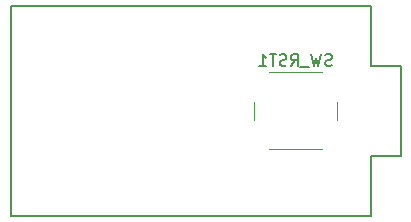
<source format=gbr>
%TF.GenerationSoftware,KiCad,Pcbnew,8.0.0~rc2*%
%TF.CreationDate,2024-02-15T20:21:26+01:00*%
%TF.ProjectId,MFD,4d46442e-6b69-4636-9164-5f7063625858,rev?*%
%TF.SameCoordinates,Original*%
%TF.FileFunction,Legend,Bot*%
%TF.FilePolarity,Positive*%
%FSLAX46Y46*%
G04 Gerber Fmt 4.6, Leading zero omitted, Abs format (unit mm)*
G04 Created by KiCad (PCBNEW 8.0.0~rc2) date 2024-02-15 20:21:26*
%MOMM*%
%LPD*%
G01*
G04 APERTURE LIST*
%ADD10C,0.150000*%
%ADD11C,0.120000*%
G04 APERTURE END LIST*
D10*
X262491427Y-47727202D02*
X262348570Y-47774821D01*
X262348570Y-47774821D02*
X262110475Y-47774821D01*
X262110475Y-47774821D02*
X262015237Y-47727202D01*
X262015237Y-47727202D02*
X261967618Y-47679582D01*
X261967618Y-47679582D02*
X261919999Y-47584344D01*
X261919999Y-47584344D02*
X261919999Y-47489106D01*
X261919999Y-47489106D02*
X261967618Y-47393868D01*
X261967618Y-47393868D02*
X262015237Y-47346249D01*
X262015237Y-47346249D02*
X262110475Y-47298630D01*
X262110475Y-47298630D02*
X262300951Y-47251011D01*
X262300951Y-47251011D02*
X262396189Y-47203392D01*
X262396189Y-47203392D02*
X262443808Y-47155773D01*
X262443808Y-47155773D02*
X262491427Y-47060535D01*
X262491427Y-47060535D02*
X262491427Y-46965297D01*
X262491427Y-46965297D02*
X262443808Y-46870059D01*
X262443808Y-46870059D02*
X262396189Y-46822440D01*
X262396189Y-46822440D02*
X262300951Y-46774821D01*
X262300951Y-46774821D02*
X262062856Y-46774821D01*
X262062856Y-46774821D02*
X261919999Y-46822440D01*
X261586665Y-46774821D02*
X261348570Y-47774821D01*
X261348570Y-47774821D02*
X261158094Y-47060535D01*
X261158094Y-47060535D02*
X260967618Y-47774821D01*
X260967618Y-47774821D02*
X260729523Y-46774821D01*
X260586666Y-47870059D02*
X259824761Y-47870059D01*
X259015237Y-47774821D02*
X259348570Y-47298630D01*
X259586665Y-47774821D02*
X259586665Y-46774821D01*
X259586665Y-46774821D02*
X259205713Y-46774821D01*
X259205713Y-46774821D02*
X259110475Y-46822440D01*
X259110475Y-46822440D02*
X259062856Y-46870059D01*
X259062856Y-46870059D02*
X259015237Y-46965297D01*
X259015237Y-46965297D02*
X259015237Y-47108154D01*
X259015237Y-47108154D02*
X259062856Y-47203392D01*
X259062856Y-47203392D02*
X259110475Y-47251011D01*
X259110475Y-47251011D02*
X259205713Y-47298630D01*
X259205713Y-47298630D02*
X259586665Y-47298630D01*
X258634284Y-47727202D02*
X258491427Y-47774821D01*
X258491427Y-47774821D02*
X258253332Y-47774821D01*
X258253332Y-47774821D02*
X258158094Y-47727202D01*
X258158094Y-47727202D02*
X258110475Y-47679582D01*
X258110475Y-47679582D02*
X258062856Y-47584344D01*
X258062856Y-47584344D02*
X258062856Y-47489106D01*
X258062856Y-47489106D02*
X258110475Y-47393868D01*
X258110475Y-47393868D02*
X258158094Y-47346249D01*
X258158094Y-47346249D02*
X258253332Y-47298630D01*
X258253332Y-47298630D02*
X258443808Y-47251011D01*
X258443808Y-47251011D02*
X258539046Y-47203392D01*
X258539046Y-47203392D02*
X258586665Y-47155773D01*
X258586665Y-47155773D02*
X258634284Y-47060535D01*
X258634284Y-47060535D02*
X258634284Y-46965297D01*
X258634284Y-46965297D02*
X258586665Y-46870059D01*
X258586665Y-46870059D02*
X258539046Y-46822440D01*
X258539046Y-46822440D02*
X258443808Y-46774821D01*
X258443808Y-46774821D02*
X258205713Y-46774821D01*
X258205713Y-46774821D02*
X258062856Y-46822440D01*
X257777141Y-46774821D02*
X257205713Y-46774821D01*
X257491427Y-47774821D02*
X257491427Y-46774821D01*
X256348570Y-47774821D02*
X256919998Y-47774821D01*
X256634284Y-47774821D02*
X256634284Y-46774821D01*
X256634284Y-46774821D02*
X256729522Y-46917678D01*
X256729522Y-46917678D02*
X256824760Y-47012916D01*
X256824760Y-47012916D02*
X256919998Y-47060535D01*
%TO.C,U2*%
X235289999Y-42680002D02*
X265769999Y-42680002D01*
X235289999Y-60460002D02*
X235289999Y-42680002D01*
X265769999Y-42680002D02*
X265769999Y-47760002D01*
X265769999Y-47760002D02*
X268309999Y-47760002D01*
X265769999Y-55380002D02*
X265769999Y-60460002D01*
X265769999Y-60460002D02*
X235289999Y-60460002D01*
X268309999Y-47760002D02*
X268309999Y-55380002D01*
X268309999Y-55380002D02*
X265769999Y-55380002D01*
D11*
%TO.C,SW_RST1*%
X255919999Y-50820002D02*
X255919999Y-52320002D01*
X257169999Y-54820002D02*
X261669999Y-54820002D01*
X261669999Y-48320002D02*
X257169999Y-48320002D01*
X262919999Y-52320002D02*
X262919999Y-50820002D01*
%TD*%
M02*

</source>
